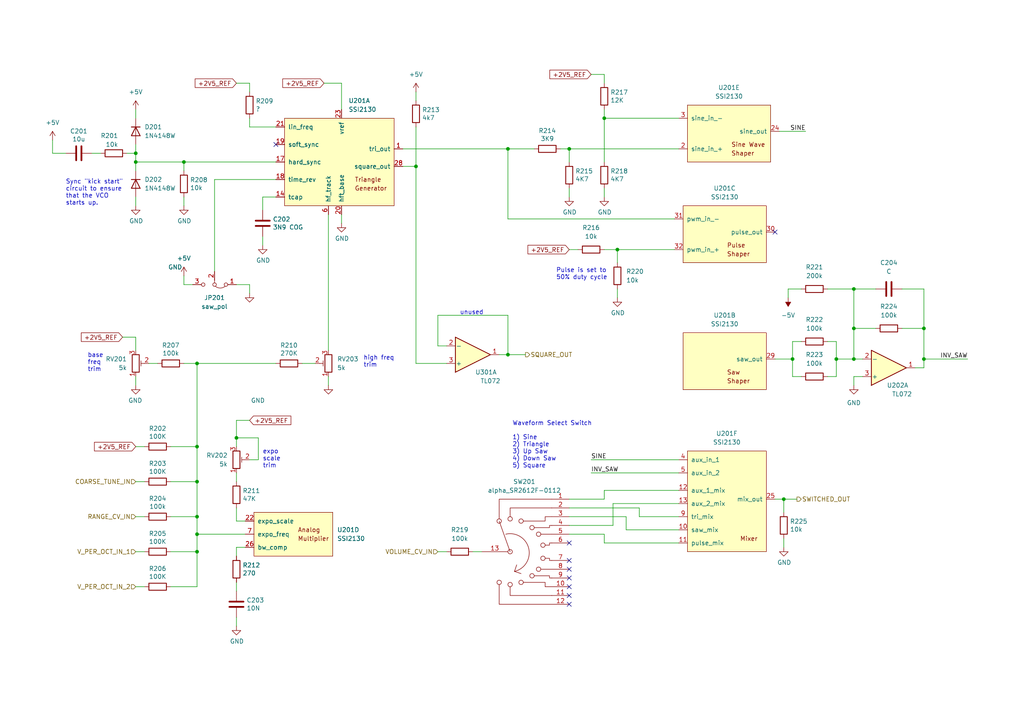
<source format=kicad_sch>
(kicad_sch (version 20211123) (generator eeschema)
  (paper "A4")
  (title_block (title "Josh Ox Ribbon Synth Mod Osc board") (date "2022-06-17") (rev "0") (comment 2 "creativecommons.org/licences/by/4.0") (comment 3 "license: CC by 4.0") (comment 4 "Author: Jordan Aceto"))
  (lib_symbols
    (symbol "Amplifier_Operational:TL072" (pin_names (offset 0.127))
      (property "Reference" "U" (at 0 5.08 0))
      (property "Value" "TL072" (at 0 -5.08 0))
      (symbol "TL072_1_1"
        (pin output line (at 7.62 0 180) (length 2.54) (name "~") (number "1"))
        (pin input line (at -7.62 -2.54 0) (length 2.54) (name "-") (number "2"))
        (pin input line (at -7.62 2.54 0) (length 2.54) (name "+") (number "3"))
      )
      (symbol "TL072_2_1"
        (pin input line (at -7.62 2.54 0) (length 2.54) (name "+") (number "5"))
        (pin input line (at -7.62 -2.54 0) (length 2.54) (name "-") (number "6"))
        (pin output line (at 7.62 0 180) (length 2.54) (name "~") (number "7"))
      )
      (symbol "TL072_3_1"
        (pin power_in line (at -2.54 -7.62 90) (length 3.81) (name "V-") (number "4"))
        (pin power_in line (at -2.54 7.62 270) (length 3.81) (name "V+") (number "8"))
      )
    )
    (symbol "Device:C" (pin_numbers hide) (pin_names (offset 0.254))
      (property "Reference" "C" (at 0.635 2.54 0))
      (property "Value" "C" (at 0.635 -2.54 0))
      (symbol "C_1_1"
        (pin passive line (at 0 3.81 270) (length 2.794) (name "~") (number "1"))
        (pin passive line (at 0 -3.81 90) (length 2.794) (name "~") (number "2"))
      )
    )
    (symbol "Device:R" (pin_numbers hide) (pin_names (offset 0))
      (property "Reference" "R" (at 2.032 0 90))
      (property "Value" "R" (at 0 0 90))
      (symbol "R_1_1"
        (pin passive line (at 0 3.81 270) (length 1.27) (name "~") (number "1"))
        (pin passive line (at 0 -3.81 90) (length 1.27) (name "~") (number "2"))
      )
    )
    (symbol "Device:R_Potentiometer_Trim" (pin_names (offset 1.016) hide)
      (property "Reference" "RV" (at -4.445 0 90))
      (property "Value" "R_Potentiometer_Trim" (at -2.54 0 90))
      (symbol "R_Potentiometer_Trim_1_1"
        (pin passive line (at 0 3.81 270) (length 1.27) (name "1") (number "1"))
        (pin passive line (at 3.81 0 180) (length 1.27) (name "2") (number "2"))
        (pin passive line (at 0 -3.81 90) (length 1.27) (name "3") (number "3"))
      )
    )
    (symbol "Diode:1N4148W" (pin_numbers hide) (pin_names (offset 1.016) hide)
      (property "Reference" "D" (at 0 2.54 0))
      (property "Value" "1N4148W" (at 0 -2.54 0))
      (symbol "1N4148W_1_1"
        (pin passive line (at -3.81 0 0) (length 2.54) (name "K") (number "1"))
        (pin passive line (at 3.81 0 180) (length 2.54) (name "A") (number "2"))
      )
    )
    (symbol "Jumper:Jumper_3_Bridged12" (pin_names (offset 0) hide)
      (property "Reference" "JP" (at -2.54 -2.54 0))
      (property "Value" "Jumper_3_Bridged12" (at 0 2.794 0))
      (symbol "Jumper_3_Bridged12_1_1"
        (pin passive line (at -6.35 0 0) (length 2.54) (name "A") (number "1"))
        (pin passive line (at 0 -3.81 90) (length 2.54) (name "C") (number "2"))
        (pin passive line (at 6.35 0 180) (length 2.54) (name "B") (number "3"))
      )
    )
    (symbol "SSI2130_1" (pin_names (offset 1.016))
      (property "Reference" "U1" (at 2.0194 16.51 0))
      (property "Value" "SSI2130_1" (at 2.0194 13.97 0))
      (symbol "SSI2130_1_1_0"
        (text "Generator" (at 3.81 -8.89 0) (effects (font (size 1.27 1.27)) (justify left)))
        (text "Triangle" (at 3.81 -6.35 0) (effects (font (size 1.27 1.27)) (justify left)))
      )
      (symbol "SSI2130_1_1_1"
        (pin output line (at 17.78 2.54 180) (length 2.54) (name "tri_out") (number "1"))
        (pin input line (at -19.05 -11.43 0) (length 2.54) (name "tcap") (number "14"))
        (pin input line (at -19.05 -1.27 0) (length 2.54) (name "hard_sync") (number "17"))
        (pin input line (at -19.05 -6.35 0) (length 2.54) (name "time_rev") (number "18"))
        (pin input line (at -19.05 3.81 0) (length 2.54) (name "soft_sync") (number "19"))
        (pin input line (at 0 -16.51 90) (length 2.54) (name "hft_base") (number "20"))
        (pin input line (at -19.05 8.89 0) (length 2.54) (name "lin_freq") (number "21"))
        (pin input line (at 0 13.97 270) (length 2.54) (name "vref") (number "23"))
        (pin output line (at 17.78 -2.54 180) (length 2.54) (name "square_out") (number "28"))
        (pin input line (at -3.81 -16.51 90) (length 2.54) (name "hf_track") (number "6"))
      )
      (symbol "SSI2130_1_2_1"
        (text "Saw" (at 1.27 -3.81 0) (effects (font (size 1.27 1.27)) (justify left)))
        (text "Shaper" (at 1.27 -6.35 0) (effects (font (size 1.27 1.27)) (justify left)))
        (pin output line (at 15.24 0 180) (length 2.54) (name "saw_out") (number "29"))
      )
      (symbol "SSI2130_1_3_1"
        (text "Pulse" (at 1.27 -3.81 0) (effects (font (size 1.27 1.27)) (justify left)))
        (text "Shaper" (at 1.27 -6.35 0) (effects (font (size 1.27 1.27)) (justify left)))
        (pin output line (at 15.24 0 180) (length 2.54) (name "pulse_out") (number "30"))
        (pin input line (at -13.97 3.81 0) (length 2.54) (name "pwm_in_-") (number "31"))
        (pin input line (at -13.97 -5.08 0) (length 2.54) (name "pwm_in_+") (number "32"))
      )
      (symbol "SSI2130_1_4_1"
        (text "Analog" (at 1.27 1.27 0) (effects (font (size 1.27 1.27)) (justify left)))
        (text "Multiplier" (at 1.27 -1.27 0) (effects (font (size 1.27 1.27)) (justify left)))
        (pin input line (at -13.97 3.81 0) (length 2.54) (name "expo_scale") (number "22"))
        (pin input line (at -13.97 -3.81 0) (length 2.54) (name "bw_comp") (number "26"))
        (pin input line (at -13.97 0 0) (length 2.54) (name "expo_freq") (number "7"))
      )
      (symbol "SSI2130_1_5_1"
        (text "Shaper" (at 1.27 -6.35 0) (effects (font (size 1.27 1.27)) (justify left)))
        (text "Sine Wave" (at 1.27 -3.81 0) (effects (font (size 1.27 1.27)) (justify left)))
        (pin input line (at -13.97 -5.08 0) (length 2.54) (name "sine_in_+") (number "2"))
        (pin output line (at 15.24 0 180) (length 2.54) (name "sine_out") (number "24"))
        (pin input line (at -13.97 3.81 0) (length 2.54) (name "sine_in_-") (number "3"))
      )
      (symbol "SSI2130_1_6_1"
        (text "Mixer" (at 3.81 -7.62 0) (effects (font (size 1.27 1.27)) (justify left)))
        (pin input line (at -13.97 -5.08 0) (length 2.54) (name "saw_mix") (number "10"))
        (pin input line (at -13.97 -8.89 0) (length 2.54) (name "pulse_mix") (number "11"))
        (pin input line (at -13.97 6.35 0) (length 2.54) (name "aux_1_mix") (number "12"))
        (pin input line (at -13.97 2.54 0) (length 2.54) (name "aux_2_mix") (number "13"))
        (pin output line (at 13.97 3.81 180) (length 2.54) (name "mix_out") (number "25"))
        (pin input line (at -13.97 15.24 0) (length 2.54) (name "aux_in_1") (number "4"))
        (pin input line (at -13.97 11.43 0) (length 2.54) (name "aux_in_2") (number "5"))
        (pin input line (at -13.97 -1.27 0) (length 2.54) (name "tri_mix") (number "9"))
      )
      (symbol "SSI2130_1_7_1"
        (text "Power" (at 1.27 0 0) (effects (font (size 1.27 1.27)) (justify left)))
        (pin power_in line (at -13.97 -1.27 0) (length 2.54) (name "dgnd") (number "15"))
        (pin power_in line (at -13.97 1.27 0) (length 2.54) (name "agnd") (number "16"))
        (pin power_in line (at -13.97 3.81 0) (length 2.54) (name "V+") (number "27"))
        (pin power_in line (at -13.97 -3.81 0) (length 2.54) (name "V-") (number "8"))
      )
    )
    (symbol "SSI2130_2" (pin_names (offset 1.016))
      (property "Reference" "U1" (at 2.0194 16.51 0))
      (property "Value" "SSI2130_2" (at 2.0194 13.97 0))
      (symbol "SSI2130_2_1_0"
        (text "Generator" (at 3.81 -8.89 0) (effects (font (size 1.27 1.27)) (justify left)))
        (text "Triangle" (at 3.81 -6.35 0) (effects (font (size 1.27 1.27)) (justify left)))
      )
      (symbol "SSI2130_2_1_1"
        (pin output line (at 17.78 2.54 180) (length 2.54) (name "tri_out") (number "1"))
        (pin input line (at -19.05 -11.43 0) (length 2.54) (name "tcap") (number "14"))
        (pin input line (at -19.05 -1.27 0) (length 2.54) (name "hard_sync") (number "17"))
        (pin input line (at -19.05 -6.35 0) (length 2.54) (name "time_rev") (number "18"))
        (pin input line (at -19.05 3.81 0) (length 2.54) (name "soft_sync") (number "19"))
        (pin input line (at 0 -16.51 90) (length 2.54) (name "hft_base") (number "20"))
        (pin input line (at -19.05 8.89 0) (length 2.54) (name "lin_freq") (number "21"))
        (pin input line (at 0 13.97 270) (length 2.54) (name "vref") (number "23"))
        (pin output line (at 17.78 -2.54 180) (length 2.54) (name "square_out") (number "28"))
        (pin input line (at -3.81 -16.51 90) (length 2.54) (name "hf_track") (number "6"))
      )
      (symbol "SSI2130_2_2_1"
        (text "Saw" (at 1.27 -3.81 0) (effects (font (size 1.27 1.27)) (justify left)))
        (text "Shaper" (at 1.27 -6.35 0) (effects (font (size 1.27 1.27)) (justify left)))
        (pin output line (at 15.24 0 180) (length 2.54) (name "saw_out") (number "29"))
      )
      (symbol "SSI2130_2_3_1"
        (text "Pulse" (at 1.27 -3.81 0) (effects (font (size 1.27 1.27)) (justify left)))
        (text "Shaper" (at 1.27 -6.35 0) (effects (font (size 1.27 1.27)) (justify left)))
        (pin output line (at 15.24 0 180) (length 2.54) (name "pulse_out") (number "30"))
        (pin input line (at -13.97 3.81 0) (length 2.54) (name "pwm_in_-") (number "31"))
        (pin input line (at -13.97 -5.08 0) (length 2.54) (name "pwm_in_+") (number "32"))
      )
      (symbol "SSI2130_2_4_1"
        (text "Analog" (at 1.27 1.27 0) (effects (font (size 1.27 1.27)) (justify left)))
        (text "Multiplier" (at 1.27 -1.27 0) (effects (font (size 1.27 1.27)) (justify left)))
        (pin input line (at -13.97 3.81 0) (length 2.54) (name "expo_scale") (number "22"))
        (pin input line (at -13.97 -3.81 0) (length 2.54) (name "bw_comp") (number "26"))
        (pin input line (at -13.97 0 0) (length 2.54) (name "expo_freq") (number "7"))
      )
      (symbol "SSI2130_2_5_1"
        (text "Shaper" (at 1.27 -6.35 0) (effects (font (size 1.27 1.27)) (justify left)))
        (text "Sine Wave" (at 1.27 -3.81 0) (effects (font (size 1.27 1.27)) (justify left)))
        (pin input line (at -13.97 -5.08 0) (length 2.54) (name "sine_in_+") (number "2"))
        (pin output line (at 15.24 0 180) (length 2.54) (name "sine_out") (number "24"))
        (pin input line (at -13.97 3.81 0) (length 2.54) (name "sine_in_-") (number "3"))
      )
      (symbol "SSI2130_2_6_1"
        (text "Mixer" (at 3.81 -7.62 0) (effects (font (size 1.27 1.27)) (justify left)))
        (pin input line (at -13.97 -5.08 0) (length 2.54) (name "saw_mix") (number "10"))
        (pin input line (at -13.97 -8.89 0) (length 2.54) (name "pulse_mix") (number "11"))
        (pin input line (at -13.97 6.35 0) (length 2.54) (name "aux_1_mix") (number "12"))
        (pin input line (at -13.97 2.54 0) (length 2.54) (name "aux_2_mix") (number "13"))
        (pin output line (at 13.97 3.81 180) (length 2.54) (name "mix_out") (number "25"))
        (pin input line (at -13.97 15.24 0) (length 2.54) (name "aux_in_1") (number "4"))
        (pin input line (at -13.97 11.43 0) (length 2.54) (name "aux_in_2") (number "5"))
        (pin input line (at -13.97 -1.27 0) (length 2.54) (name "tri_mix") (number "9"))
      )
      (symbol "SSI2130_2_7_1"
        (text "Power" (at 1.27 0 0) (effects (font (size 1.27 1.27)) (justify left)))
        (pin power_in line (at -13.97 -1.27 0) (length 2.54) (name "dgnd") (number "15"))
        (pin power_in line (at -13.97 1.27 0) (length 2.54) (name "agnd") (number "16"))
        (pin power_in line (at -13.97 3.81 0) (length 2.54) (name "V+") (number "27"))
        (pin power_in line (at -13.97 -3.81 0) (length 2.54) (name "V-") (number "8"))
      )
    )
    (symbol "SSI2130_3" (pin_names (offset 1.016))
      (property "Reference" "U1" (at 2.0194 16.51 0))
      (property "Value" "SSI2130_3" (at 2.0194 13.97 0))
      (symbol "SSI2130_3_1_0"
        (text "Generator" (at 3.81 -8.89 0) (effects (font (size 1.27 1.27)) (justify left)))
        (text "Triangle" (at 3.81 -6.35 0) (effects (font (size 1.27 1.27)) (justify left)))
      )
      (symbol "SSI2130_3_1_1"
        (pin output line (at 17.78 2.54 180) (length 2.54) (name "tri_out") (number "1"))
        (pin input line (at -19.05 -11.43 0) (length 2.54) (name "tcap") (number "14"))
        (pin input line (at -19.05 -1.27 0) (length 2.54) (name "hard_sync") (number "17"))
        (pin input line (at -19.05 -6.35 0) (length 2.54) (name "time_rev") (number "18"))
        (pin input line (at -19.05 3.81 0) (length 2.54) (name "soft_sync") (number "19"))
        (pin input line (at 0 -16.51 90) (length 2.54) (name "hft_base") (number "20"))
        (pin input line (at -19.05 8.89 0) (length 2.54) (name "lin_freq") (number "21"))
        (pin input line (at 0 13.97 270) (length 2.54) (name "vref") (number "23"))
        (pin output line (at 17.78 -2.54 180) (length 2.54) (name "square_out") (number "28"))
        (pin input line (at -3.81 -16.51 90) (length 2.54) (name "hf_track") (number "6"))
      )
      (symbol "SSI2130_3_2_1"
        (text "Saw" (at 1.27 -3.81 0) (effects (font (size 1.27 1.27)) (justify left)))
        (text "Shaper" (at 1.27 -6.35 0) (effects (font (size 1.27 1.27)) (justify left)))
        (pin output line (at 15.24 0 180) (length 2.54) (name "saw_out") (number "29"))
      )
      (symbol "SSI2130_3_3_1"
        (text "Pulse" (at 1.27 -3.81 0) (effects (font (size 1.27 1.27)) (justify left)))
        (text "Shaper" (at 1.27 -6.35 0) (effects (font (size 1.27 1.27)) (justify left)))
        (pin output line (at 15.24 0 180) (length 2.54) (name "pulse_out") (number "30"))
        (pin input line (at -13.97 3.81 0) (length 2.54) (name "pwm_in_-") (number "31"))
        (pin input line (at -13.97 -5.08 0) (length 2.54) (name "pwm_in_+") (number "32"))
      )
      (symbol "SSI2130_3_4_1"
        (text "Analog" (at 1.27 1.27 0) (effects (font (size 1.27 1.27)) (justify left)))
        (text "Multiplier" (at 1.27 -1.27 0) (effects (font (size 1.27 1.27)) (justify left)))
        (pin input line (at -13.97 3.81 0) (length 2.54) (name "expo_scale") (number "22"))
        (pin input line (at -13.97 -3.81 0) (length 2.54) (name "bw_comp") (number "26"))
        (pin input line (at -13.97 0 0) (length 2.54) (name "expo_freq") (number "7"))
      )
      (symbol "SSI2130_3_5_1"
        (text "Shaper" (at 1.27 -6.35 0) (effects (font (size 1.27 1.27)) (justify left)))
        (text "Sine Wave" (at 1.27 -3.81 0) (effects (font (size 1.27 1.27)) (justify left)))
        (pin input line (at -13.97 -5.08 0) (length 2.54) (name "sine_in_+") (number "2"))
        (pin output line (at 15.24 0 180) (length 2.54) (name "sine_out") (number "24"))
        (pin input line (at -13.97 3.81 0) (length 2.54) (name "sine_in_-") (number "3"))
      )
      (symbol "SSI2130_3_6_1"
        (text "Mixer" (at 3.81 -7.62 0) (effects (font (size 1.27 1.27)) (justify left)))
        (pin input line (at -13.97 -5.08 0) (length 2.54) (name "saw_mix") (number "10"))
        (pin input line (at -13.97 -8.89 0) (length 2.54) (name "pulse_mix") (number "11"))
        (pin input line (at -13.97 6.35 0) (length 2.54) (name "aux_1_mix") (number "12"))
        (pin input line (at -13.97 2.54 0) (length 2.54) (name "aux_2_mix") (number "13"))
        (pin output line (at 13.97 3.81 180) (length 2.54) (name "mix_out") (number "25"))
        (pin input line (at -13.97 15.24 0) (length 2.54) (name "aux_in_1") (number "4"))
        (pin input line (at -13.97 11.43 0) (length 2.54) (name "aux_in_2") (number "5"))
        (pin input line (at -13.97 -1.27 0) (length 2.54) (name "tri_mix") (number "9"))
      )
      (symbol "SSI2130_3_7_1"
        (text "Power" (at 1.27 0 0) (effects (font (size 1.27 1.27)) (justify left)))
        (pin power_in line (at -13.97 -1.27 0) (length 2.54) (name "dgnd") (number "15"))
        (pin power_in line (at -13.97 1.27 0) (length 2.54) (name "agnd") (number "16"))
        (pin power_in line (at -13.97 3.81 0) (length 2.54) (name "V+") (number "27"))
        (pin power_in line (at -13.97 -3.81 0) (length 2.54) (name "V-") (number "8"))
      )
    )
    (symbol "SSI2130_4" (pin_names (offset 1.016))
      (property "Reference" "U1" (at 2.0194 16.51 0))
      (property "Value" "SSI2130_4" (at 2.0194 13.97 0))
      (symbol "SSI2130_4_1_0"
        (text "Generator" (at 3.81 -8.89 0) (effects (font (size 1.27 1.27)) (justify left)))
        (text "Triangle" (at 3.81 -6.35 0) (effects (font (size 1.27 1.27)) (justify left)))
      )
      (symbol "SSI2130_4_1_1"
        (pin output line (at 17.78 2.54 180) (length 2.54) (name "tri_out") (number "1"))
        (pin input line (at -19.05 -11.43 0) (length 2.54) (name "tcap") (number "14"))
        (pin input line (at -19.05 -1.27 0) (length 2.54) (name "hard_sync") (number "17"))
        (pin input line (at -19.05 -6.35 0) (length 2.54) (name "time_rev") (number "18"))
        (pin input line (at -19.05 3.81 0) (length 2.54) (name "soft_sync") (number "19"))
        (pin input line (at 0 -16.51 90) (length 2.54) (name "hft_base") (number "20"))
        (pin input line (at -19.05 8.89 0) (length 2.54) (name "lin_freq") (number "21"))
        (pin input line (at 0 13.97 270) (length 2.54) (name "vref") (number "23"))
        (pin output line (at 17.78 -2.54 180) (length 2.54) (name "square_out") (number "28"))
        (pin input line (at -3.81 -16.51 90) (length 2.54) (name "hf_track") (number "6"))
      )
      (symbol "SSI2130_4_2_1"
        (text "Saw" (at 1.27 -3.81 0) (effects (font (size 1.27 1.27)) (justify left)))
        (text "Shaper" (at 1.27 -6.35 0) (effects (font (size 1.27 1.27)) (justify left)))
        (pin output line (at 15.24 0 180) (length 2.54) (name "saw_out") (number "29"))
      )
      (symbol "SSI2130_4_3_1"
        (text "Pulse" (at 1.27 -3.81 0) (effects (font (size 1.27 1.27)) (justify left)))
        (text "Shaper" (at 1.27 -6.35 0) (effects (font (size 1.27 1.27)) (justify left)))
        (pin output line (at 15.24 0 180) (length 2.54) (name "pulse_out") (number "30"))
        (pin input line (at -13.97 3.81 0) (length 2.54) (name "pwm_in_-") (number "31"))
        (pin input line (at -13.97 -5.08 0) (length 2.54) (name "pwm_in_+") (number "32"))
      )
      (symbol "SSI2130_4_4_1"
        (text "Analog" (at 1.27 1.27 0) (effects (font (size 1.27 1.27)) (justify left)))
        (text "Multiplier" (at 1.27 -1.27 0) (effects (font (size 1.27 1.27)) (justify left)))
        (pin input line (at -13.97 3.81 0) (length 2.54) (name "expo_scale") (number "22"))
        (pin input line (at -13.97 -3.81 0) (length 2.54) (name "bw_comp") (number "26"))
        (pin input line (at -13.97 0 0) (length 2.54) (name "expo_freq") (number "7"))
      )
      (symbol "SSI2130_4_5_1"
        (text "Shaper" (at 1.27 -6.35 0) (effects (font (size 1.27 1.27)) (justify left)))
        (text "Sine Wave" (at 1.27 -3.81 0) (effects (font (size 1.27 1.27)) (justify left)))
        (pin input line (at -13.97 -5.08 0) (length 2.54) (name "sine_in_+") (number "2"))
        (pin output line (at 15.24 0 180) (length 2.54) (name "sine_out") (number "24"))
        (pin input line (at -13.97 3.81 0) (length 2.54) (name "sine_in_-") (number "3"))
      )
      (symbol "SSI2130_4_6_1"
        (text "Mixer" (at 3.81 -7.62 0) (effects (font (size 1.27 1.27)) (justify left)))
        (pin input line (at -13.97 -5.08 0) (length 2.54) (name "saw_mix") (number "10"))
        (pin input line (at -13.97 -8.89 0) (length 2.54) (name "pulse_mix") (number "11"))
        (pin input line (at -13.97 6.35 0) (length 2.54) (name "aux_1_mix") (number "12"))
        (pin input line (at -13.97 2.54 0) (length 2.54) (name "aux_2_mix") (number "13"))
        (pin output line (at 13.97 3.81 180) (length 2.54) (name "mix_out") (number "25"))
        (pin input line (at -13.97 15.24 0) (length 2.54) (name "aux_in_1") (number "4"))
        (pin input line (at -13.97 11.43 0) (length 2.54) (name "aux_in_2") (number "5"))
        (pin input line (at -13.97 -1.27 0) (length 2.54) (name "tri_mix") (number "9"))
      )
      (symbol "SSI2130_4_7_1"
        (text "Power" (at 1.27 0 0) (effects (font (size 1.27 1.27)) (justify left)))
        (pin power_in line (at -13.97 -1.27 0) (length 2.54) (name "dgnd") (number "15"))
        (pin power_in line (at -13.97 1.27 0) (length 2.54) (name "agnd") (number "16"))
        (pin power_in line (at -13.97 3.81 0) (length 2.54) (name "V+") (number "27"))
        (pin power_in line (at -13.97 -3.81 0) (length 2.54) (name "V-") (number "8"))
      )
    )
    (symbol "SSI2130_5" (pin_names (offset 1.016))
      (property "Reference" "U1" (at 2.0194 16.51 0))
      (property "Value" "SSI2130_5" (at 2.0194 13.97 0))
      (symbol "SSI2130_5_1_0"
        (text "Generator" (at 3.81 -8.89 0) (effects (font (size 1.27 1.27)) (justify left)))
        (text "Triangle" (at 3.81 -6.35 0) (effects (font (size 1.27 1.27)) (justify left)))
      )
      (symbol "SSI2130_5_1_1"
        (pin output line (at 17.78 2.54 180) (length 2.54) (name "tri_out") (number "1"))
        (pin input line (at -19.05 -11.43 0) (length 2.54) (name "tcap") (number "14"))
        (pin input line (at -19.05 -1.27 0) (length 2.54) (name "hard_sync") (number "17"))
        (pin input line (at -19.05 -6.35 0) (length 2.54) (name "time_rev") (number "18"))
        (pin input line (at -19.05 3.81 0) (length 2.54) (name "soft_sync") (number "19"))
        (pin input line (at 0 -16.51 90) (length 2.54) (name "hft_base") (number "20"))
        (pin input line (at -19.05 8.89 0) (length 2.54) (name "lin_freq") (number "21"))
        (pin input line (at 0 13.97 270) (length 2.54) (name "vref") (number "23"))
        (pin output line (at 17.78 -2.54 180) (length 2.54) (name "square_out") (number "28"))
        (pin input line (at -3.81 -16.51 90) (length 2.54) (name "hf_track") (number "6"))
      )
      (symbol "SSI2130_5_2_1"
        (text "Saw" (at 1.27 -3.81 0) (effects (font (size 1.27 1.27)) (justify left)))
        (text "Shaper" (at 1.27 -6.35 0) (effects (font (size 1.27 1.27)) (justify left)))
        (pin output line (at 15.24 0 180) (length 2.54) (name "saw_out") (number "29"))
      )
      (symbol "SSI2130_5_3_1"
        (text "Pulse" (at 1.27 -3.81 0) (effects (font (size 1.27 1.27)) (justify left)))
        (text "Shaper" (at 1.27 -6.35 0) (effects (font (size 1.27 1.27)) (justify left)))
        (pin output line (at 15.24 0 180) (length 2.54) (name "pulse_out") (number "30"))
        (pin input line (at -13.97 3.81 0) (length 2.54) (name "pwm_in_-") (number "31"))
        (pin input line (at -13.97 -5.08 0) (length 2.54) (name "pwm_in_+") (number "32"))
      )
      (symbol "SSI2130_5_4_1"
        (text "Analog" (at 1.27 1.27 0) (effects (font (size 1.27 1.27)) (justify left)))
        (text "Multiplier" (at 1.27 -1.27 0) (effects (font (size 1.27 1.27)) (justify left)))
        (pin input line (at -13.97 3.81 0) (length 2.54) (name "expo_scale") (number "22"))
        (pin input line (at -13.97 -3.81 0) (length 2.54) (name "bw_comp") (number "26"))
        (pin input line (at -13.97 0 0) (length 2.54) (name "expo_freq") (number "7"))
      )
      (symbol "SSI2130_5_5_1"
        (text "Shaper" (at 1.27 -6.35 0) (effects (font (size 1.27 1.27)) (justify left)))
        (text "Sine Wave" (at 1.27 -3.81 0) (effects (font (size 1.27 1.27)) (justify left)))
        (pin input line (at -13.97 -5.08 0) (length 2.54) (name "sine_in_+") (number "2"))
        (pin output line (at 15.24 0 180) (length 2.54) (name "sine_out") (number "24"))
        (pin input line (at -13.97 3.81 0) (length 2.54) (name "sine_in_-") (number "3"))
      )
      (symbol "SSI2130_5_6_1"
        (text "Mixer" (at 3.81 -7.62 0) (effects (font (size 1.27 1.27)) (justify left)))
        (pin input line (at -13.97 -5.08 0) (length 2.54) (name "saw_mix") (number "10"))
        (pin input line (at -13.97 -8.89 0) (length 2.54) (name "pulse_mix") (number "11"))
        (pin input line (at -13.97 6.35 0) (length 2.54) (name "aux_1_mix") (number "12"))
        (pin input line (at -13.97 2.54 0) (length 2.54) (name "aux_2_mix") (number "13"))
        (pin output line (at 13.97 3.81 180) (length 2.54) (name "mix_out") (number "25"))
        (pin input line (at -13.97 15.24 0) (length 2.54) (name "aux_in_1") (number "4"))
        (pin input line (at -13.97 11.43 0) (length 2.54) (name "aux_in_2") (number "5"))
        (pin input line (at -13.97 -1.27 0) (length 2.54) (name "tri_mix") (number "9"))
      )
      (symbol "SSI2130_5_7_1"
        (text "Power" (at 1.27 0 0) (effects (font (size 1.27 1.27)) (justify left)))
        (pin power_in line (at -13.97 -1.27 0) (length 2.54) (name "dgnd") (number "15"))
        (pin power_in line (at -13.97 1.27 0) (length 2.54) (name "agnd") (number "16"))
        (pin power_in line (at -13.97 3.81 0) (length 2.54) (name "V+") (number "27"))
        (pin power_in line (at -13.97 -3.81 0) (length 2.54) (name "V-") (number "8"))
      )
    )
    (symbol "custom_symbols:SSI2130" (pin_names (offset 1.016))
      (property "Reference" "U1" (at 2.0194 16.51 0))
      (property "Value" "SSI2130" (at 2.0194 13.97 0))
      (symbol "SSI2130_1_0"
        (text "Generator" (at 3.81 -8.89 0) (effects (font (size 1.27 1.27)) (justify left)))
        (text "Triangle" (at 3.81 -6.35 0) (effects (font (size 1.27 1.27)) (justify left)))
      )
      (symbol "SSI2130_1_1"
        (pin output line (at 17.78 2.54 180) (length 2.54) (name "tri_out") (number "1"))
        (pin input line (at -19.05 -11.43 0) (length 2.54) (name "tcap") (number "14"))
        (pin input line (at -19.05 -1.27 0) (length 2.54) (name "hard_sync") (number "17"))
        (pin input line (at -19.05 -6.35 0) (length 2.54) (name "time_rev") (number "18"))
        (pin input line (at -19.05 3.81 0) (length 2.54) (name "soft_sync") (number "19"))
        (pin input line (at 0 -16.51 90) (length 2.54) (name "hft_base") (number "20"))
        (pin input line (at -19.05 8.89 0) (length 2.54) (name "lin_freq") (number "21"))
        (pin input line (at 0 13.97 270) (length 2.54) (name "vref") (number "23"))
        (pin output line (at 17.78 -2.54 180) (length 2.54) (name "square_out") (number "28"))
        (pin input line (at -3.81 -16.51 90) (length 2.54) (name "hf_track") (number "6"))
      )
      (symbol "SSI2130_2_1"
        (text "Saw" (at 1.27 -3.81 0) (effects (font (size 1.27 1.27)) (justify left)))
        (text "Shaper" (at 1.27 -6.35 0) (effects (font (size 1.27 1.27)) (justify left)))
        (pin output line (at 15.24 0 180) (length 2.54) (name "saw_out") (number "29"))
      )
      (symbol "SSI2130_3_1"
        (text "Pulse" (at 1.27 -3.81 0) (effects (font (size 1.27 1.27)) (justify left)))
        (text "Shaper" (at 1.27 -6.35 0) (effects (font (size 1.27 1.27)) (justify left)))
        (pin output line (at 15.24 0 180) (length 2.54) (name "pulse_out") (number "30"))
        (pin input line (at -13.97 3.81 0) (length 2.54) (name "pwm_in_-") (number "31"))
        (pin input line (at -13.97 -5.08 0) (length 2.54) (name "pwm_in_+") (number "32"))
      )
      (symbol "SSI2130_4_1"
        (text "Analog" (at 1.27 1.27 0) (effects (font (size 1.27 1.27)) (justify left)))
        (text "Multiplier" (at 1.27 -1.27 0) (effects (font (size 1.27 1.27)) (justify left)))
        (pin input line (at -13.97 3.81 0) (length 2.54) (name "expo_scale") (number "22"))
        (pin input line (at -13.97 -3.81 0) (length 2.54) (name "bw_comp") (number "26"))
        (pin input line (at -13.97 0 0) (length 2.54) (name "expo_freq") (number "7"))
      )
      (symbol "SSI2130_5_1"
        (text "Shaper" (at 1.27 -6.35 0) (effects (font (size 1.27 1.27)) (justify left)))
        (text "Sine Wave" (at 1.27 -3.81 0) (effects (font (size 1.27 1.27)) (justify left)))
        (pin input line (at -13.97 -5.08 0) (length 2.54) (name "sine_in_+") (number "2"))
        (pin output line (at 15.24 0 180) (length 2.54) (name "sine_out") (number "24"))
        (pin input line (at -13.97 3.81 0) (length 2.54) (name "sine_in_-") (number "3"))
      )
      (symbol "SSI2130_6_1"
        (text "Mixer" (at 3.81 -7.62 0) (effects (font (size 1.27 1.27)) (justify left)))
        (pin input line (at -13.97 -5.08 0) (length 2.54) (name "saw_mix") (number "10"))
        (pin input line (at -13.97 -8.89 0) (length 2.54) (name "pulse_mix") (number "11"))
        (pin input line (at -13.97 6.35 0) (length 2.54) (name "aux_1_mix") (number "12"))
        (pin input line (at -13.97 2.54 0) (length 2.54) (name "aux_2_mix") (number "13"))
        (pin output line (at 13.97 3.81 180) (length 2.54) (name "mix_out") (number "25"))
        (pin input line (at -13.97 15.24 0) (length 2.54) (name "aux_in_1") (number "4"))
        (pin input line (at -13.97 11.43 0) (length 2.54) (name "aux_in_2") (number "5"))
        (pin input line (at -13.97 -1.27 0) (length 2.54) (name "tri_mix") (number "9"))
      )
      (symbol "SSI2130_7_1"
        (text "Power" (at 1.27 0 0) (effects (font (size 1.27 1.27)) (justify left)))
        (pin power_in line (at -13.97 -1.27 0) (length 2.54) (name "dgnd") (number "15"))
        (pin power_in line (at -13.97 1.27 0) (length 2.54) (name "agnd") (number "16"))
        (pin power_in line (at -13.97 3.81 0) (length 2.54) (name "V+") (number "27"))
        (pin power_in line (at -13.97 -3.81 0) (length 2.54) (name "V-") (number "8"))
      )
    )
    (symbol "custom_symbols:alpha_SR2612F-0112" (pin_names (offset 1.016) hide)
      (property "Reference" "SW1" (at 2.54 19.8374 0))
      (property "Value" "alpha_SR2612F-0112" (at 2.54 17.526 0))
      (symbol "alpha_SR2612F-0112_0_1"
        (pin passive line (at 10.16 15.24 180) (length 5.08) (name "1") (number "1"))
        (pin passive line (at 10.16 -10.16 180) (length 5.08) (name "10") (number "10"))
        (pin passive line (at 10.16 -12.7 180) (length 5.08) (name "11") (number "11"))
        (pin passive line (at 10.16 -15.24 180) (length 5.08) (name "12") (number "12"))
        (pin passive line (at -15.24 0 0) (length 7.62) (name "13") (number "13"))
        (pin passive line (at 10.16 12.7 180) (length 5.08) (name "2") (number "2"))
        (pin passive line (at 10.16 10.16 180) (length 5.08) (name "3") (number "3"))
        (pin passive line (at 10.16 7.62 180) (length 5.08) (name "4") (number "4"))
        (pin passive line (at 10.16 5.08 180) (length 5.08) (name "5") (number "5"))
        (pin passive line (at 10.16 2.54 180) (length 5.08) (name "6") (number "6"))
        (pin passive line (at 10.16 -2.54 180) (length 5.08) (name "7") (number "7"))
        (pin passive line (at 10.16 -5.08 180) (length 5.08) (name "8") (number "8"))
        (pin passive line (at 10.16 -7.62 180) (length 5.08) (name "9") (number "9"))
      )
    )
    (symbol "power:+5V" (power) (pin_names (offset 0))
      (property "Value" "+5V" (at 0 3.556 0))
      (symbol "+5V_1_1"
        (pin power_in line (at 0 0 90) (length 0) hide (name "+5V") (number "1"))
      )
    )
    (symbol "power:-5V" (power) (pin_names (offset 0))
      (property "Value" "-5V" (at 0 3.81 0))
      (symbol "-5V_0_0"
        (pin power_in line (at 0 0 90) (length 0) hide (name "-5V") (number "1"))
      )
    )
    (symbol "power:GND" (power) (pin_names (offset 0))
      (property "Value" "GND" (at 0 -3.81 0))
      (symbol "GND_1_1"
        (pin power_in line (at 0 0 270) (length 0) hide (name "GND") (number "1"))
      )
    )
  )
  (junction (at 247.65 104.14))
  (junction (at 229.87 104.14))
  (junction (at 165.1 43.18))
  (junction (at 57.15 154.94))
  (junction (at 147.32 102.87))
  (junction (at 57.15 139.7))
  (junction (at 179.07 72.39))
  (junction (at 39.37 44.45))
  (junction (at 57.15 105.41))
  (junction (at 57.15 160.02))
  (junction (at 227.33 144.78))
  (junction (at 68.58 127))
  (junction (at 242.57 104.14))
  (junction (at 120.65 48.26))
  (junction (at 57.15 149.86))
  (junction (at 267.97 104.14))
  (junction (at 53.34 46.99))
  (junction (at 147.32 43.18))
  (junction (at 267.97 95.25))
  (junction (at 175.26 34.29))
  (junction (at 247.65 95.25))
  (junction (at 57.15 129.54))
  (junction (at 247.65 83.82))
  (junction (at 39.37 46.99))
  (no_connect (at 165.1 170.18))
  (no_connect (at 165.1 172.72))
  (no_connect (at 165.1 175.26))
  (no_connect (at 165.1 167.64))
  (no_connect (at 165.1 157.48))
  (no_connect (at 165.1 162.56))
  (no_connect (at 165.1 165.1))
  (no_connect (at 80.01 41.91))
  (no_connect (at 224.79 67.31))
  (wire (pts (xy 175.26 34.29) (xy 175.26 31.75)))
  (wire (pts (xy 196.85 142.24) (xy 175.26 142.24)))
  (wire (pts (xy 224.79 104.14) (xy 229.87 104.14)))
  (wire (pts (xy 116.84 43.18) (xy 147.32 43.18)))
  (wire (pts (xy 95.25 111.76) (xy 95.25 109.22)))
  (wire (pts (xy 224.79 144.78) (xy 227.33 144.78)))
  (wire (pts (xy 35.56 97.79) (xy 39.37 97.79)))
  (wire (pts (xy 165.1 46.99) (xy 165.1 43.18)))
  (wire (pts (xy 226.06 38.1) (xy 233.68 38.1)))
  (wire (pts (xy 68.58 171.45) (xy 68.58 168.91)))
  (wire (pts (xy 74.93 127) (xy 68.58 127)))
  (wire (pts (xy 57.15 129.54) (xy 57.15 139.7)))
  (wire (pts (xy 76.2 60.96) (xy 76.2 57.15)))
  (wire (pts (xy 49.53 170.18) (xy 57.15 170.18)))
  (wire (pts (xy 228.6 83.82) (xy 228.6 86.36)))
  (wire (pts (xy 95.25 62.23) (xy 95.25 101.6)))
  (wire (pts (xy 171.45 21.59) (xy 175.26 21.59)))
  (wire (pts (xy 39.37 31.75) (xy 39.37 34.29)))
  (wire (pts (xy 127 160.02) (xy 129.54 160.02)))
  (wire (pts (xy 162.56 43.18) (xy 165.1 43.18)))
  (wire (pts (xy 72.39 121.92) (xy 68.58 121.92)))
  (wire (pts (xy 116.84 48.26) (xy 120.65 48.26)))
  (wire (pts (xy 242.57 99.06) (xy 242.57 104.14)))
  (wire (pts (xy 179.07 83.82) (xy 179.07 86.36)))
  (wire (pts (xy 53.34 46.99) (xy 53.34 49.53)))
  (wire (pts (xy 227.33 156.21) (xy 227.33 158.75)))
  (wire (pts (xy 147.32 91.44) (xy 127 91.44)))
  (wire (pts (xy 39.37 46.99) (xy 39.37 49.53)))
  (wire (pts (xy 144.78 102.87) (xy 147.32 102.87)))
  (wire (pts (xy 57.15 139.7) (xy 57.15 149.86)))
  (wire (pts (xy 267.97 104.14) (xy 267.97 106.68)))
  (wire (pts (xy 267.97 106.68) (xy 265.43 106.68)))
  (wire (pts (xy 91.44 105.41) (xy 87.63 105.41)))
  (wire (pts (xy 196.85 149.86) (xy 185.42 149.86)))
  (wire (pts (xy 74.93 133.35) (xy 74.93 127)))
  (wire (pts (xy 242.57 104.14) (xy 247.65 104.14)))
  (wire (pts (xy 57.15 160.02) (xy 57.15 154.94)))
  (wire (pts (xy 229.87 109.22) (xy 229.87 104.14)))
  (wire (pts (xy 247.65 83.82) (xy 247.65 95.25)))
  (wire (pts (xy 19.05 44.45) (xy 15.24 44.45)))
  (wire (pts (xy 147.32 102.87) (xy 152.4 102.87)))
  (wire (pts (xy 120.65 29.21) (xy 120.65 26.67)))
  (wire (pts (xy 72.39 36.83) (xy 72.39 34.29)))
  (wire (pts (xy 171.45 137.16) (xy 196.85 137.16)))
  (wire (pts (xy 68.58 147.32) (xy 68.58 151.13)))
  (wire (pts (xy 57.15 105.41) (xy 57.15 129.54)))
  (wire (pts (xy 175.26 72.39) (xy 179.07 72.39)))
  (wire (pts (xy 261.62 95.25) (xy 267.97 95.25)))
  (wire (pts (xy 57.15 139.7) (xy 49.53 139.7)))
  (wire (pts (xy 39.37 59.69) (xy 39.37 57.15)))
  (wire (pts (xy 15.24 44.45) (xy 15.24 40.64)))
  (wire (pts (xy 72.39 133.35) (xy 74.93 133.35)))
  (wire (pts (xy 99.06 24.13) (xy 93.98 24.13)))
  (wire (pts (xy 120.65 105.41) (xy 129.54 105.41)))
  (wire (pts (xy 185.42 147.32) (xy 165.1 147.32)))
  (wire (pts (xy 242.57 109.22) (xy 240.03 109.22)))
  (wire (pts (xy 129.54 100.33) (xy 127 100.33)))
  (wire (pts (xy 68.58 121.92) (xy 68.58 127)))
  (wire (pts (xy 247.65 104.14) (xy 247.65 95.25)))
  (wire (pts (xy 39.37 129.54) (xy 41.91 129.54)))
  (wire (pts (xy 53.34 105.41) (xy 57.15 105.41)))
  (wire (pts (xy 62.23 78.74) (xy 62.23 52.07)))
  (wire (pts (xy 36.83 44.45) (xy 39.37 44.45)))
  (wire (pts (xy 72.39 26.67) (xy 72.39 24.13)))
  (wire (pts (xy 120.65 48.26) (xy 120.65 105.41)))
  (wire (pts (xy 57.15 105.41) (xy 80.01 105.41)))
  (wire (pts (xy 39.37 149.86) (xy 41.91 149.86)))
  (wire (pts (xy 68.58 82.55) (xy 72.39 82.55)))
  (wire (pts (xy 229.87 104.14) (xy 229.87 99.06)))
  (wire (pts (xy 76.2 57.15) (xy 80.01 57.15)))
  (wire (pts (xy 175.26 144.78) (xy 165.1 144.78)))
  (wire (pts (xy 53.34 46.99) (xy 80.01 46.99)))
  (wire (pts (xy 57.15 149.86) (xy 49.53 149.86)))
  (wire (pts (xy 267.97 95.25) (xy 267.97 104.14)))
  (wire (pts (xy 68.58 161.29) (xy 68.58 158.75)))
  (wire (pts (xy 267.97 95.25) (xy 267.97 83.82)))
  (wire (pts (xy 71.12 154.94) (xy 57.15 154.94)))
  (wire (pts (xy 53.34 82.55) (xy 55.88 82.55)))
  (wire (pts (xy 165.1 54.61) (xy 165.1 57.15)))
  (wire (pts (xy 39.37 41.91) (xy 39.37 44.45)))
  (wire (pts (xy 39.37 44.45) (xy 39.37 46.99)))
  (wire (pts (xy 53.34 80.01) (xy 53.34 82.55)))
  (wire (pts (xy 165.1 72.39) (xy 167.64 72.39)))
  (wire (pts (xy 57.15 129.54) (xy 49.53 129.54)))
  (wire (pts (xy 127 100.33) (xy 127 91.44)))
  (wire (pts (xy 171.45 133.35) (xy 196.85 133.35)))
  (wire (pts (xy 177.8 152.4) (xy 177.8 146.05)))
  (wire (pts (xy 68.58 127) (xy 68.58 129.54)))
  (wire (pts (xy 177.8 146.05) (xy 196.85 146.05)))
  (wire (pts (xy 76.2 71.12) (xy 76.2 68.58)))
  (wire (pts (xy 39.37 46.99) (xy 53.34 46.99)))
  (wire (pts (xy 181.61 149.86) (xy 181.61 153.67)))
  (wire (pts (xy 72.39 85.09) (xy 72.39 82.55)))
  (wire (pts (xy 175.26 154.94) (xy 165.1 154.94)))
  (wire (pts (xy 68.58 24.13) (xy 72.39 24.13)))
  (wire (pts (xy 137.16 160.02) (xy 139.7 160.02)))
  (wire (pts (xy 185.42 149.86) (xy 185.42 147.32)))
  (wire (pts (xy 247.65 109.22) (xy 250.19 109.22)))
  (wire (pts (xy 229.87 99.06) (xy 232.41 99.06)))
  (wire (pts (xy 195.58 63.5) (xy 147.32 63.5)))
  (wire (pts (xy 72.39 36.83) (xy 80.01 36.83)))
  (wire (pts (xy 165.1 149.86) (xy 181.61 149.86)))
  (wire (pts (xy 196.85 157.48) (xy 175.26 157.48)))
  (wire (pts (xy 179.07 72.39) (xy 179.07 76.2)))
  (wire (pts (xy 179.07 72.39) (xy 195.58 72.39)))
  (wire (pts (xy 43.18 105.41) (xy 45.72 105.41)))
  (wire (pts (xy 39.37 160.02) (xy 41.91 160.02)))
  (wire (pts (xy 53.34 59.69) (xy 53.34 57.15)))
  (wire (pts (xy 247.65 95.25) (xy 254 95.25)))
  (wire (pts (xy 29.21 44.45) (xy 26.67 44.45)))
  (wire (pts (xy 68.58 158.75) (xy 71.12 158.75)))
  (wire (pts (xy 181.61 153.67) (xy 196.85 153.67)))
  (wire (pts (xy 267.97 83.82) (xy 261.62 83.82)))
  (wire (pts (xy 68.58 139.7) (xy 68.58 137.16)))
  (wire (pts (xy 228.6 83.82) (xy 232.41 83.82)))
  (wire (pts (xy 242.57 104.14) (xy 242.57 109.22)))
  (wire (pts (xy 39.37 139.7) (xy 41.91 139.7)))
  (wire (pts (xy 240.03 99.06) (xy 242.57 99.06)))
  (wire (pts (xy 99.06 64.77) (xy 99.06 62.23)))
  (wire (pts (xy 175.26 157.48) (xy 175.26 154.94)))
  (wire (pts (xy 120.65 36.83) (xy 120.65 48.26)))
  (wire (pts (xy 240.03 83.82) (xy 247.65 83.82)))
  (wire (pts (xy 175.26 46.99) (xy 175.26 34.29)))
  (wire (pts (xy 165.1 43.18) (xy 196.85 43.18)))
  (wire (pts (xy 62.23 52.07) (xy 80.01 52.07)))
  (wire (pts (xy 250.19 104.14) (xy 247.65 104.14)))
  (wire (pts (xy 147.32 43.18) (xy 154.94 43.18)))
  (wire (pts (xy 39.37 170.18) (xy 41.91 170.18)))
  (wire (pts (xy 247.65 111.76) (xy 247.65 109.22)))
  (wire (pts (xy 227.33 148.59) (xy 227.33 144.78)))
  (wire (pts (xy 57.15 154.94) (xy 57.15 149.86)))
  (wire (pts (xy 254 83.82) (xy 247.65 83.82)))
  (wire (pts (xy 99.06 24.13) (xy 99.06 31.75)))
  (wire (pts (xy 49.53 160.02) (xy 57.15 160.02)))
  (wire (pts (xy 227.33 144.78) (xy 231.14 144.78)))
  (wire (pts (xy 57.15 170.18) (xy 57.15 160.02)))
  (wire (pts (xy 165.1 152.4) (xy 177.8 152.4)))
  (wire (pts (xy 39.37 97.79) (xy 39.37 101.6)))
  (wire (pts (xy 175.26 54.61) (xy 175.26 57.15)))
  (wire (pts (xy 71.12 151.13) (xy 68.58 151.13)))
  (wire (pts (xy 280.67 104.14) (xy 267.97 104.14)))
  (wire (pts (xy 147.32 63.5) (xy 147.32 43.18)))
  (wire (pts (xy 232.41 109.22) (xy 229.87 109.22)))
  (wire (pts (xy 175.26 142.24) (xy 175.26 144.78)))
  (wire (pts (xy 39.37 111.76) (xy 39.37 109.22)))
  (wire (pts (xy 68.58 181.61) (xy 68.58 179.07)))
  (wire (pts (xy 147.32 102.87) (xy 147.32 91.44)))
  (wire (pts (xy 175.26 24.13) (xy 175.26 21.59)))
  (wire (pts (xy 196.85 34.29) (xy 175.26 34.29)))
  (text "Waveform Select Switch\n\n1) Sine\n2) Triangle\n3) Up Saw\n4) Down Saw\n5) Square" (at 148.59 135.89 0) (effects (font (size 1.27 1.27)) (justify left bottom)))
  (text "high freq\ntrim" (at 105.41 106.68 0) (effects (font (size 1.27 1.27)) (justify left bottom)))
  (text "unused" (at 133.35 91.44 0) (effects (font (size 1.27 1.27)) (justify left bottom)))
  (text "Pulse is set to\n50% duty cycle" (at 161.29 81.28 0) (effects (font (size 1.27 1.27)) (justify left bottom)))
  (text "expo\nscale \ntrim" (at 76.2 135.89 0) (effects (font (size 1.27 1.27)) (justify left bottom)))
  (text "Sync \"kick start\" \ncircuit to ensure \nthat the VCO\nstarts up." (at 19.05 59.69 0) (effects (font (size 1.27 1.27)) (justify left bottom)))
  (text "base\nfreq\ntrim" (at 25.4 107.95 0) (effects (font (size 1.27 1.27)) (justify left bottom)))
  (label "INV_SAW" (at 171.45 137.16 0))
  (label "SINE" (at 171.45 133.35 0))
  (label "SINE" (at 233.68 38.1 180))
  (label "INV_SAW" (at 280.67 104.14 180))
  (global_label "+2V5_REF" (shape input) (at 39.37 129.54 180) (property "Intersheet References" "${INTERSHEET_REFS}" (effects hide)))
  (global_label "+2V5_REF" (shape input) (at 93.98 24.13 180) (property "Intersheet References" "${INTERSHEET_REFS}" (effects hide)))
  (global_label "+2V5_REF" (shape input) (at 72.39 121.92 0) (property "Intersheet References" "${INTERSHEET_REFS}" (effects hide)))
  (global_label "+2V5_REF" (shape input) (at 165.1 72.39 180) (property "Intersheet References" "${INTERSHEET_REFS}" (effects hide)))
  (global_label "+2V5_REF" (shape input) (at 68.58 24.13 180) (property "Intersheet References" "${INTERSHEET_REFS}" (effects hide)))
  (global_label "+2V5_REF" (shape input) (at 35.56 97.79 180) (property "Intersheet References" "${INTERSHEET_REFS}" (effects hide)))
  (global_label "+2V5_REF" (shape input) (at 171.45 21.59 180) (property "Intersheet References" "${INTERSHEET_REFS}" (effects hide)))
  (hierarchical_label "VOLUME_CV_IN" (shape input) (at 127 160.02 180))
  (hierarchical_label "COARSE_TUNE_IN" (shape input) (at 39.37 139.7 180))
  (hierarchical_label "V_PER_OCT_IN_1" (shape input) (at 39.37 160.02 180))
  (hierarchical_label "SQUARE_OUT" (shape output) (at 152.4 102.87 0))
  (hierarchical_label "V_PER_OCT_IN_2" (shape input) (at 39.37 170.18 180))
  (hierarchical_label "RANGE_CV_IN" (shape input) (at 39.37 149.86 180))
  (hierarchical_label "SWITCHED_OUT" (shape output) (at 231.14 144.78 0))
  (symbol (lib_id "Device:R") (at 72.39 30.48 180) (unit 1)
    (property "Reference" "R209" (at 74.168 29.3116 0) (effects (justify right)))
    (property "Value" "?" (at 74.168 31.623 0) (effects (justify right)))
    (property "Footprint" "Resistor_SMD:R_0805_2012Metric" (effects hide))
  )
  (symbol (lib_id "Device:R") (at 171.45 72.39 90) (unit 1)
    (property "Reference" "R216" (at 171.45 66.04 90))
    (property "Value" "10k" (at 171.45 68.58 90))
    (property "Footprint" "Resistor_SMD:R_0805_2012Metric" (effects hide))
  )
  (symbol (lib_id "Amplifier_Operational:TL072") (at 137.16 102.87 0) (mirror x) (unit 1)
    (property "Reference" "U301" (at 140.97 107.95 0))
    (property "Value" "TL072" (at 142.24 110.49 0))
    (property "Footprint" "Package_SO:SO-8_5.3x6.2mm_P1.27mm" (effects hide))
    (property "Datasheet" "http://www.ti.com/lit/ds/symlink/tl071.pdf" (effects hide))
  )
  (symbol (lib_id "Device:R") (at 33.02 44.45 90) (unit 1)
    (property "Reference" "R201" (at 34.29 39.37 90) (effects (justify left)))
    (property "Value" "10k" (at 34.29 41.91 90) (effects (justify left)))
    (property "Footprint" "Resistor_SMD:R_0805_2012Metric" (effects hide))
  )
  (symbol (lib_id "Device:R") (at 175.26 50.8 180) (unit 1)
    (property "Reference" "R218" (at 177.038 49.6316 0) (effects (justify right)))
    (property "Value" "4K7" (at 177.038 51.943 0) (effects (justify right)))
    (property "Footprint" "Resistor_SMD:R_0805_2012Metric" (effects hide))
  )
  (symbol (lib_id "Device:R_Potentiometer_Trim") (at 95.25 105.41 180) (unit 1)
    (property "Reference" "RV203" (at 97.79 104.1399 0) (effects (justify right)))
    (property "Value" "5k" (at 97.79 106.6799 0) (effects (justify right)))
    (property "Footprint" "Potentiometer_THT:Potentiometer_Bourns_3296W_Vertical" (effects hide))
  )
  (symbol (lib_id "Device:R") (at 68.58 165.1 0) (unit 1)
    (property "Reference" "R212" (at 70.358 163.9316 0) (effects (justify left)))
    (property "Value" "270" (at 70.358 166.243 0) (effects (justify left)))
    (property "Footprint" "Resistor_SMD:R_0805_2012Metric" (effects hide))
  )
  (symbol (lib_id "Device:R") (at 179.07 80.01 0) (unit 1)
    (property "Reference" "R220" (at 181.61 78.7399 0) (effects (justify left)))
    (property "Value" "10k" (at 181.61 81.2799 0) (effects (justify left)))
    (property "Footprint" "Resistor_SMD:R_0805_2012Metric" (effects hide))
  )
  (symbol (lib_id "power:GND") (at 53.34 59.69 0) (unit 1)
    (property "Reference" "#PWR0205" (effects hide))
    (property "Value" "~" (at 53.467 64.0842 0))
  )
  (symbol (lib_name "SSI2130_3") (lib_id "custom_symbols:SSI2130") (at 85.09 154.94 0) (unit 4)
    (property "Reference" "U201" (at 97.79 153.6699 0) (effects (justify left)))
    (property "Value" "SSI2130" (at 97.79 156.2099 0) (effects (justify left)))
    (property "Footprint" "custom_footprints:PQN32_HandSoldering" (effects hide))
  )
  (symbol (lib_id "Device:R") (at 45.72 129.54 270) (unit 1)
    (property "Reference" "R202" (at 45.72 124.2822 90))
    (property "Value" "100K" (at 45.72 126.5936 90))
    (property "Footprint" "Resistor_SMD:R_0805_2012Metric" (effects hide))
  )
  (symbol (lib_id "power:GND") (at 227.33 158.75 0) (unit 1)
    (property "Reference" "#PWR0215" (effects hide))
    (property "Value" "~" (at 227.457 163.1442 0))
  )
  (symbol (lib_id "custom_symbols:alpha_SR2612F-0112") (at 154.94 160.02 0) (unit 1)
    (property "Reference" "SW201" (at 152.0825 139.7 0))
    (property "Value" "alpha_SR2612F-0112" (at 152.0825 142.24 0))
    (property "Footprint" "custom_footprints:apha_SR2612F-0112" (effects hide))
    (property "Datasheet" "http://www.taiwanalpha.com/downloads?target=products&id=229" (effects hide))
  )
  (symbol (lib_id "power:GND") (at 76.2 71.12 0) (unit 1)
    (property "Reference" "#PWR0206" (effects hide))
    (property "Value" "~" (at 76.327 75.5142 0))
  )
  (symbol (lib_id "Diode:1N4148W") (at 39.37 53.34 270) (unit 1)
    (property "Reference" "D202" (at 41.91 52.0699 90) (effects (justify left)))
    (property "Value" "1N4148W" (at 41.91 54.6099 90) (effects (justify left)))
    (property "Footprint" "Diode_SMD:D_SOD-123" (effects hide))
    (property "Datasheet" "https://www.vishay.com/docs/85748/1n4148w.pdf" (effects hide))
  )
  (symbol (lib_id "Device:R") (at 257.81 95.25 90) (unit 1)
    (property "Reference" "R224" (at 257.81 88.9 90))
    (property "Value" "100k" (at 257.81 91.44 90))
    (property "Footprint" "Resistor_SMD:R_0805_2012Metric" (effects hide))
  )
  (symbol (lib_name "SSI2130_1") (lib_id "custom_symbols:SSI2130") (at 99.06 45.72 0) (unit 1)
    (property "Reference" "U201" (at 101.0794 29.21 0) (effects (justify left)))
    (property "Value" "SSI2130" (at 101.0794 31.75 0) (effects (justify left)))
    (property "Footprint" "custom_footprints:PQN32_HandSoldering" (effects hide))
  )
  (symbol (lib_id "Diode:1N4148W") (at 39.37 38.1 270) (unit 1)
    (property "Reference" "D201" (at 41.91 36.8299 90) (effects (justify left)))
    (property "Value" "1N4148W" (at 41.91 39.3699 90) (effects (justify left)))
    (property "Footprint" "Diode_SMD:D_SOD-123" (effects hide))
    (property "Datasheet" "https://www.vishay.com/docs/85748/1n4148w.pdf" (effects hide))
  )
  (symbol (lib_id "Device:R_Potentiometer_Trim") (at 39.37 105.41 0) (mirror x) (unit 1)
    (property "Reference" "RV201" (at 36.83 104.1399 0) (effects (justify right)))
    (property "Value" "5k" (at 36.83 106.6799 0) (effects (justify right)))
    (property "Footprint" "Potentiometer_THT:Potentiometer_Bourns_3296W_Vertical" (effects hide))
  )
  (symbol (lib_id "Device:R") (at 45.72 139.7 270) (unit 1)
    (property "Reference" "R203" (at 45.72 134.4422 90))
    (property "Value" "100K" (at 45.72 136.7536 90))
    (property "Footprint" "Resistor_SMD:R_0805_2012Metric" (effects hide))
  )
  (symbol (lib_id "Device:R") (at 175.26 27.94 180) (unit 1)
    (property "Reference" "R217" (at 177.038 26.7716 0) (effects (justify right)))
    (property "Value" "12K" (at 177.038 29.083 0) (effects (justify right)))
    (property "Footprint" "Resistor_SMD:R_0805_2012Metric" (effects hide))
  )
  (symbol (lib_id "Device:R") (at 120.65 33.02 180) (unit 1)
    (property "Reference" "R213" (at 122.428 31.8516 0) (effects (justify right)))
    (property "Value" "4k7" (at 122.428 34.163 0) (effects (justify right)))
    (property "Footprint" "Resistor_SMD:R_0805_2012Metric" (effects hide))
  )
  (symbol (lib_id "Device:R") (at 227.33 152.4 180) (unit 1)
    (property "Reference" "R225" (at 229.108 151.2316 0) (effects (justify right)))
    (property "Value" "10k" (at 229.108 153.543 0) (effects (justify right)))
    (property "Footprint" "Resistor_SMD:R_0805_2012Metric" (effects hide))
  )
  (symbol (lib_id "Device:R") (at 236.22 83.82 90) (unit 1)
    (property "Reference" "R221" (at 236.22 77.47 90))
    (property "Value" "200k" (at 236.22 80.01 90))
    (property "Footprint" "Resistor_SMD:R_0805_2012Metric" (effects hide))
  )
  (symbol (lib_id "Device:R") (at 49.53 105.41 270) (unit 1)
    (property "Reference" "R207" (at 49.53 100.1522 90))
    (property "Value" "100k" (at 49.53 102.4636 90))
    (property "Footprint" "Resistor_SMD:R_0805_2012Metric" (effects hide))
  )
  (symbol (lib_id "power:GND") (at 39.37 111.76 0) (mirror y) (unit 1)
    (property "Reference" "#PWR0204" (effects hide))
    (property "Value" "~" (at 39.243 116.1542 0))
  )
  (symbol (lib_id "power:-5V") (at 228.6 86.36 180) (unit 1)
    (property "Reference" "#PWR0114" (effects hide))
    (property "Value" "-5V" (at 228.6 91.44 0))
  )
  (symbol (lib_id "Amplifier_Operational:TL072") (at 257.81 106.68 0) (mirror x) (unit 1)
    (property "Reference" "U202" (at 260.35 111.76 0))
    (property "Value" "TL072" (at 261.62 114.3 0))
    (property "Footprint" "Package_SO:SO-8_5.3x6.2mm_P1.27mm" (effects hide))
    (property "Datasheet" "http://www.ti.com/lit/ds/symlink/tl071.pdf" (effects hide))
  )
  (symbol (lib_name "SSI2130_5") (lib_id "custom_symbols:SSI2130") (at 210.82 38.1 0) (unit 5)
    (property "Reference" "U201" (at 211.455 25.4 0))
    (property "Value" "SSI2130" (at 211.455 27.94 0))
    (property "Footprint" "custom_footprints:PQN32_HandSoldering" (effects hide))
  )
  (symbol (lib_name "SSI2130_2") (lib_id "custom_symbols:SSI2130") (at 209.55 104.14 0) (unit 2)
    (property "Reference" "U201" (at 210.185 91.44 0))
    (property "Value" "SSI2130" (at 210.185 93.98 0))
    (property "Footprint" "custom_footprints:PQN32_HandSoldering" (effects hide))
  )
  (symbol (lib_id "power:GND") (at 95.25 111.76 0) (mirror y) (unit 1)
    (property "Reference" "#PWR0208" (effects hide))
    (property "Value" "~" (at 74.803 116.1542 0))
  )
  (symbol (lib_id "Device:C") (at 68.58 175.26 0) (unit 1)
    (property "Reference" "C203" (at 71.501 174.0916 0) (effects (justify left)))
    (property "Value" "10N" (at 71.501 176.403 0) (effects (justify left)))
    (property "Footprint" "Capacitor_SMD:C_0805_2012Metric" (effects hide))
  )
  (symbol (lib_id "Device:R") (at 45.72 170.18 270) (unit 1)
    (property "Reference" "R206" (at 45.72 164.9222 90))
    (property "Value" "100K" (at 45.72 167.2336 90))
    (property "Footprint" "Resistor_SMD:R_0805_2012Metric" (effects hide))
  )
  (symbol (lib_id "Device:R") (at 45.72 160.02 270) (unit 1)
    (property "Reference" "R205" (at 45.72 154.7622 90))
    (property "Value" "100K" (at 45.72 157.0736 90))
    (property "Footprint" "Resistor_SMD:R_0805_2012Metric" (effects hide))
  )
  (symbol (lib_id "Jumper:Jumper_3_Bridged12") (at 62.23 82.55 180) (unit 1)
    (property "Reference" "JP201" (at 62.23 86.36 0))
    (property "Value" "saw_pol" (at 62.23 88.9 0))
    (property "Footprint" "Jumper:SolderJumper-3_P1.3mm_Bridged12_RoundedPad1.0x1.5mm" (effects hide))
  )
  (symbol (lib_id "Device:R") (at 133.35 160.02 90) (unit 1)
    (property "Reference" "R219" (at 133.35 153.67 90))
    (property "Value" "100k" (at 133.35 156.21 90))
    (property "Footprint" "Resistor_SMD:R_0805_2012Metric" (effects hide))
  )
  (symbol (lib_id "Device:R") (at 236.22 109.22 90) (unit 1)
    (property "Reference" "R223" (at 236.22 102.87 90))
    (property "Value" "100k" (at 236.22 105.41 90))
    (property "Footprint" "Resistor_SMD:R_0805_2012Metric" (effects hide))
  )
  (symbol (lib_id "power:+5V") (at 53.34 80.01 0) (unit 1)
    (property "Reference" "#PWR0116" (effects hide))
    (property "Value" "+5V" (at 53.34 74.93 0))
  )
  (symbol (lib_id "custom_symbols:SSI2130") (at 209.55 67.31 0) (unit 3)
    (property "Reference" "U201" (at 210.185 54.61 0))
    (property "Value" "SSI2130" (at 210.185 57.15 0))
    (property "Footprint" "custom_footprints:PQN32_HandSoldering" (effects hide))
  )
  (symbol (lib_id "power:GND") (at 247.65 111.76 0) (unit 1)
    (property "Reference" "#PWR0214" (effects hide))
    (property "Value" "GND" (at 247.65 116.84 0))
  )
  (symbol (lib_id "power:GND") (at 165.1 57.15 0) (unit 1)
    (property "Reference" "#PWR0211" (effects hide))
    (property "Value" "~" (at 165.227 61.5442 0))
  )
  (symbol (lib_id "Device:R_Potentiometer_Trim") (at 68.58 133.35 0) (mirror x) (unit 1)
    (property "Reference" "RV202" (at 66.04 132.0799 0) (effects (justify right)))
    (property "Value" "5k" (at 66.04 134.6199 0) (effects (justify right)))
    (property "Footprint" "Potentiometer_THT:Potentiometer_Bourns_3296W_Vertical" (effects hide))
  )
  (symbol (lib_id "power:GND") (at 175.26 57.15 0) (unit 1)
    (property "Reference" "#PWR0212" (effects hide))
    (property "Value" "~" (at 175.387 61.5442 0))
  )
  (symbol (lib_id "power:+5V") (at 39.37 31.75 0) (unit 1)
    (property "Reference" "#PWR0202" (effects hide))
    (property "Value" "+5V" (at 39.37 26.67 0))
  )
  (symbol (lib_id "Device:C") (at 22.86 44.45 270) (unit 1)
    (property "Reference" "C201" (at 22.86 38.0492 90))
    (property "Value" "10u" (at 22.86 40.3606 90))
    (property "Footprint" "Capacitor_SMD:C_0805_2012Metric" (effects hide))
  )
  (symbol (lib_id "power:GND") (at 39.37 59.69 0) (unit 1)
    (property "Reference" "#PWR0203" (effects hide))
    (property "Value" "~" (at 39.497 64.0842 0))
  )
  (symbol (lib_id "power:+5V") (at 120.65 26.67 0) (unit 1)
    (property "Reference" "#PWR0210" (effects hide))
    (property "Value" "+5V" (at 120.65 21.59 0))
  )
  (symbol (lib_id "Device:C") (at 76.2 64.77 0) (unit 1)
    (property "Reference" "C202" (at 79.121 63.6016 0) (effects (justify left)))
    (property "Value" "3N9 COG" (at 79.121 65.913 0) (effects (justify left)))
    (property "Footprint" "Capacitor_SMD:C_0805_2012Metric" (effects hide))
  )
  (symbol (lib_id "Device:R") (at 236.22 99.06 90) (unit 1)
    (property "Reference" "R222" (at 236.22 92.71 90))
    (property "Value" "100k" (at 236.22 95.25 90))
    (property "Footprint" "Resistor_SMD:R_0805_2012Metric" (effects hide))
  )
  (symbol (lib_name "SSI2130_4") (lib_id "custom_symbols:SSI2130") (at 210.82 148.59 0) (unit 6)
    (property "Reference" "U201" (at 210.82 125.73 0))
    (property "Value" "SSI2130" (at 210.82 128.27 0))
    (property "Footprint" "custom_footprints:PQN32_HandSoldering" (effects hide))
  )
  (symbol (lib_id "Device:R") (at 165.1 50.8 180) (unit 1)
    (property "Reference" "R215" (at 166.878 49.6316 0) (effects (justify right)))
    (property "Value" "4K7" (at 166.878 51.943 0) (effects (justify right)))
    (property "Footprint" "Resistor_SMD:R_0805_2012Metric" (effects hide))
  )
  (symbol (lib_id "Device:R") (at 45.72 149.86 270) (unit 1)
    (property "Reference" "R204" (at 45.72 144.6022 90))
    (property "Value" "100k" (at 45.72 146.9136 90))
    (property "Footprint" "Resistor_SMD:R_0805_2012Metric" (effects hide))
  )
  (symbol (lib_id "Device:R") (at 53.34 53.34 0) (unit 1)
    (property "Reference" "R208" (at 55.118 52.1716 0) (effects (justify left)))
    (property "Value" "10k" (at 55.118 54.483 0) (effects (justify left)))
    (property "Footprint" "Resistor_SMD:R_0805_2012Metric" (effects hide))
  )
  (symbol (lib_id "Device:R") (at 68.58 143.51 0) (unit 1)
    (property "Reference" "R211" (at 70.358 142.3416 0) (effects (justify left)))
    (property "Value" "47K" (at 70.358 144.653 0) (effects (justify left)))
    (property "Footprint" "Resistor_SMD:R_0805_2012Metric" (effects hide))
  )
  (symbol (lib_id "Device:R") (at 83.82 105.41 270) (unit 1)
    (property "Reference" "R210" (at 83.82 100.1522 90))
    (property "Value" "270K" (at 83.82 102.4636 90))
    (property "Footprint" "Resistor_SMD:R_0805_2012Metric" (effects hide))
  )
  (symbol (lib_id "Device:R") (at 158.75 43.18 270) (unit 1)
    (property "Reference" "R214" (at 158.75 37.9222 90))
    (property "Value" "3K9" (at 158.75 40.2336 90))
    (property "Footprint" "Resistor_SMD:R_0805_2012Metric" (effects hide))
  )
  (symbol (lib_id "power:GND") (at 68.58 181.61 0) (unit 1)
    (property "Reference" "#PWR0207" (effects hide))
    (property "Value" "~" (at 68.707 186.0042 0))
  )
  (symbol (lib_id "Device:C") (at 257.81 83.82 90) (unit 1)
    (property "Reference" "C204" (at 257.81 76.2 90))
    (property "Value" "C" (at 257.81 78.74 90))
    (property "Footprint" "Capacitor_SMD:C_0805_2012Metric" (effects hide))
  )
  (symbol (lib_id "power:+5V") (at 15.24 40.64 0) (unit 1)
    (property "Reference" "#PWR0201" (effects hide))
    (property "Value" "+5V" (at 15.24 35.56 0))
  )
  (symbol (lib_id "power:GND") (at 179.07 86.36 0) (unit 1)
    (property "Reference" "#PWR0213" (effects hide))
    (property "Value" "~" (at 179.197 90.7542 0))
  )
  (symbol (lib_id "power:GND") (at 72.39 85.09 0) (unit 1)
    (property "Reference" "#PWR0115" (effects hide))
    (property "Value" "~" (at 50.8 77.47 0))
  )
  (symbol (lib_id "power:GND") (at 99.06 64.77 0) (unit 1)
    (property "Reference" "#PWR0209" (effects hide))
    (property "Value" "~" (at 99.187 69.1642 0))
  )
)
</source>
